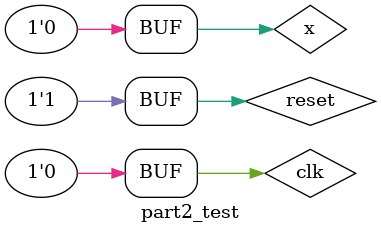
<source format=v>
`timescale 1ns / 1ps


module part2_test();
    reg x,clk,reset;
    wire q0,q1;
   counter_2bit uut(x,clk,reset,q0,q1);
    initial begin
     clk=0;   x=1;  reset=0; #50;
     clk=1;   x=1;  reset=0; #50;
     clk=0;   x=1;  reset=1; #50;
     clk=1; #50;
     clk=0; #50;
     clk=1; #50;
     clk=0; #50;
     clk=1; #50;
     clk=0; #50;
     clk=1; #50;
     clk=0; #50;
     clk=1; x=0; #50;
     clk=0; #50;
     clk=1; #50;
     clk=0; #50;
     clk=1; #50;
     clk=0; #50;
     clk=1; #50;
     clk=0; #50;
     clk=1; #50;
     clk=0; #50;
   
     end
endmodule

</source>
